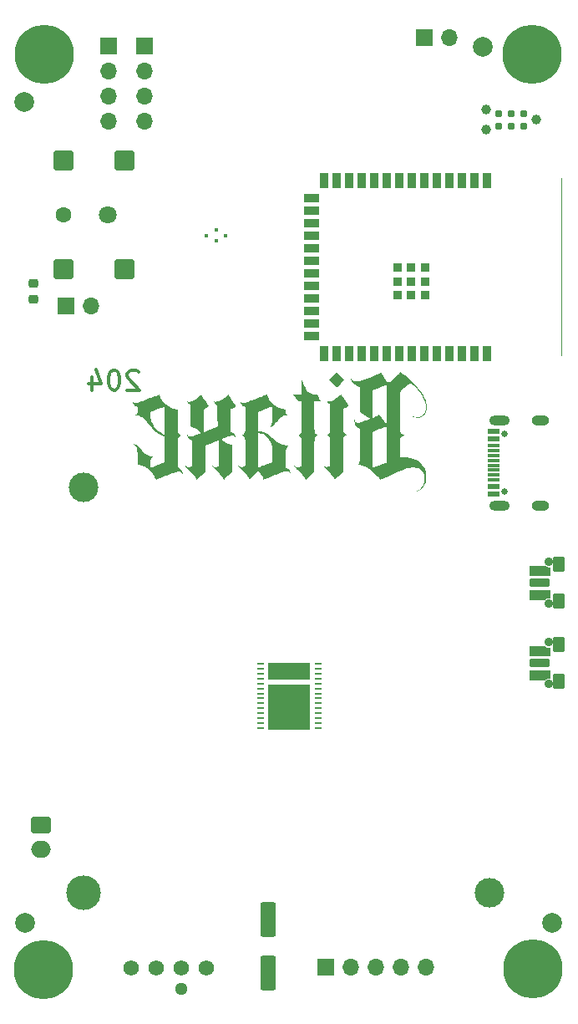
<source format=gbs>
G04 #@! TF.GenerationSoftware,KiCad,Pcbnew,8.0.4*
G04 #@! TF.CreationDate,2024-11-26T00:50:50-06:00*
G04 #@! TF.ProjectId,bitaxeUltra,62697461-7865-4556-9c74-72612e6b6963,rev?*
G04 #@! TF.SameCoordinates,Original*
G04 #@! TF.FileFunction,Soldermask,Bot*
G04 #@! TF.FilePolarity,Negative*
%FSLAX46Y46*%
G04 Gerber Fmt 4.6, Leading zero omitted, Abs format (unit mm)*
G04 Created by KiCad (PCBNEW 8.0.4) date 2024-11-26 00:50:50*
%MOMM*%
%LPD*%
G01*
G04 APERTURE LIST*
G04 Aperture macros list*
%AMRoundRect*
0 Rectangle with rounded corners*
0 $1 Rounding radius*
0 $2 $3 $4 $5 $6 $7 $8 $9 X,Y pos of 4 corners*
0 Add a 4 corners polygon primitive as box body*
4,1,4,$2,$3,$4,$5,$6,$7,$8,$9,$2,$3,0*
0 Add four circle primitives for the rounded corners*
1,1,$1+$1,$2,$3*
1,1,$1+$1,$4,$5*
1,1,$1+$1,$6,$7*
1,1,$1+$1,$8,$9*
0 Add four rect primitives between the rounded corners*
20,1,$1+$1,$2,$3,$4,$5,0*
20,1,$1+$1,$4,$5,$6,$7,0*
20,1,$1+$1,$6,$7,$8,$9,0*
20,1,$1+$1,$8,$9,$2,$3,0*%
G04 Aperture macros list end*
%ADD10C,0.300000*%
%ADD11C,0.120000*%
%ADD12C,0.000000*%
%ADD13C,0.010000*%
%ADD14C,3.000000*%
%ADD15C,3.500000*%
%ADD16C,0.800000*%
%ADD17C,6.000000*%
%ADD18C,0.400000*%
%ADD19C,1.295400*%
%ADD20C,1.574800*%
%ADD21R,1.700000X1.700000*%
%ADD22O,1.700000X1.700000*%
%ADD23C,2.000000*%
%ADD24C,0.650000*%
%ADD25R,1.150000X0.600000*%
%ADD26R,1.150000X0.300000*%
%ADD27O,1.800000X1.000000*%
%ADD28O,2.100000X1.000000*%
%ADD29R,0.900000X1.500000*%
%ADD30R,1.500000X0.900000*%
%ADD31R,0.900000X0.900000*%
%ADD32C,0.990600*%
%ADD33C,0.787400*%
%ADD34R,0.792000X0.221000*%
%ADD35R,4.277000X1.810000*%
%ADD36R,4.277000X4.530000*%
%ADD37RoundRect,0.250000X-0.550000X1.500000X-0.550000X-1.500000X0.550000X-1.500000X0.550000X1.500000X0*%
%ADD38C,1.600000*%
%ADD39C,1.800000*%
%ADD40RoundRect,0.250000X0.750000X-0.750000X0.750000X0.750000X-0.750000X0.750000X-0.750000X-0.750000X0*%
%ADD41C,0.900000*%
%ADD42RoundRect,0.102000X-0.900000X0.300000X-0.900000X-0.300000X0.900000X-0.300000X0.900000X0.300000X0*%
%ADD43RoundRect,0.102000X-0.450000X0.650000X-0.450000X-0.650000X0.450000X-0.650000X0.450000X0.650000X0*%
%ADD44RoundRect,0.218750X-0.256250X0.218750X-0.256250X-0.218750X0.256250X-0.218750X0.256250X0.218750X0*%
%ADD45RoundRect,0.250000X-0.750000X0.600000X-0.750000X-0.600000X0.750000X-0.600000X0.750000X0.600000X0*%
%ADD46O,2.000000X1.700000*%
G04 APERTURE END LIST*
D10*
X90353679Y-83274114D02*
X90258441Y-83178876D01*
X90258441Y-83178876D02*
X90067965Y-83083638D01*
X90067965Y-83083638D02*
X89591774Y-83083638D01*
X89591774Y-83083638D02*
X89401298Y-83178876D01*
X89401298Y-83178876D02*
X89306060Y-83274114D01*
X89306060Y-83274114D02*
X89210822Y-83464590D01*
X89210822Y-83464590D02*
X89210822Y-83655066D01*
X89210822Y-83655066D02*
X89306060Y-83940780D01*
X89306060Y-83940780D02*
X90448917Y-85083638D01*
X90448917Y-85083638D02*
X89210822Y-85083638D01*
X87972727Y-83083638D02*
X87782250Y-83083638D01*
X87782250Y-83083638D02*
X87591774Y-83178876D01*
X87591774Y-83178876D02*
X87496536Y-83274114D01*
X87496536Y-83274114D02*
X87401298Y-83464590D01*
X87401298Y-83464590D02*
X87306060Y-83845542D01*
X87306060Y-83845542D02*
X87306060Y-84321733D01*
X87306060Y-84321733D02*
X87401298Y-84702685D01*
X87401298Y-84702685D02*
X87496536Y-84893161D01*
X87496536Y-84893161D02*
X87591774Y-84988400D01*
X87591774Y-84988400D02*
X87782250Y-85083638D01*
X87782250Y-85083638D02*
X87972727Y-85083638D01*
X87972727Y-85083638D02*
X88163203Y-84988400D01*
X88163203Y-84988400D02*
X88258441Y-84893161D01*
X88258441Y-84893161D02*
X88353679Y-84702685D01*
X88353679Y-84702685D02*
X88448917Y-84321733D01*
X88448917Y-84321733D02*
X88448917Y-83845542D01*
X88448917Y-83845542D02*
X88353679Y-83464590D01*
X88353679Y-83464590D02*
X88258441Y-83274114D01*
X88258441Y-83274114D02*
X88163203Y-83178876D01*
X88163203Y-83178876D02*
X87972727Y-83083638D01*
X85591774Y-83750304D02*
X85591774Y-85083638D01*
X86067965Y-82988400D02*
X86544155Y-84416971D01*
X86544155Y-84416971D02*
X85306060Y-84416971D01*
D11*
X133180000Y-81610000D02*
X133180000Y-63610000D01*
D12*
G36*
X110835225Y-83669191D02*
G01*
X111225774Y-84059740D01*
X110840646Y-84445290D01*
X110743775Y-84541920D01*
X110649131Y-84635592D01*
X110567917Y-84715197D01*
X110504115Y-84776859D01*
X110461707Y-84816699D01*
X110444677Y-84830841D01*
X110429633Y-84818501D01*
X110388808Y-84780268D01*
X110326321Y-84719953D01*
X110246154Y-84641434D01*
X110152289Y-84548587D01*
X110048708Y-84445290D01*
X109663579Y-84059740D01*
X110054128Y-83669191D01*
X110444677Y-83278642D01*
X110835225Y-83669191D01*
G37*
G36*
X106952962Y-84218195D02*
G01*
X107012788Y-84384727D01*
X107130174Y-84656382D01*
X107260097Y-84893409D01*
X107401616Y-85094547D01*
X107553792Y-85258537D01*
X107715685Y-85384116D01*
X107886356Y-85470027D01*
X107916657Y-85479077D01*
X107996489Y-85494470D01*
X108098933Y-85507422D01*
X108211773Y-85516200D01*
X108448024Y-85528872D01*
X108633717Y-85851383D01*
X108687239Y-85945026D01*
X108740061Y-86039000D01*
X108781920Y-86115205D01*
X108809482Y-86167559D01*
X108819410Y-86189981D01*
X108812654Y-86193248D01*
X108772106Y-86198329D01*
X108701063Y-86202393D01*
X108606604Y-86205090D01*
X108495806Y-86206067D01*
X108172203Y-86206067D01*
X108178046Y-87763614D01*
X108179056Y-88029567D01*
X108180108Y-88286071D01*
X108181182Y-88506491D01*
X108182369Y-88693760D01*
X108183761Y-88850811D01*
X108185446Y-88980576D01*
X108187518Y-89085988D01*
X108190065Y-89169980D01*
X108193180Y-89235484D01*
X108196952Y-89285434D01*
X108201474Y-89322762D01*
X108206835Y-89350400D01*
X108213126Y-89371282D01*
X108220439Y-89388341D01*
X108228864Y-89404508D01*
X108261787Y-89457864D01*
X108349332Y-89557893D01*
X108450475Y-89629877D01*
X108508694Y-89659932D01*
X108417585Y-89713326D01*
X108319765Y-89792653D01*
X108242377Y-89900266D01*
X108195128Y-90023485D01*
X108193591Y-90033321D01*
X108189824Y-90086905D01*
X108186397Y-90179408D01*
X108183334Y-90308844D01*
X108180661Y-90473224D01*
X108178401Y-90670562D01*
X108176578Y-90898870D01*
X108175218Y-91156162D01*
X108174344Y-91440449D01*
X108173980Y-91749745D01*
X108173471Y-93386531D01*
X107742630Y-93787538D01*
X107311790Y-94188545D01*
X107277386Y-94097910D01*
X107247290Y-94032073D01*
X107177868Y-93916154D01*
X107082976Y-93783702D01*
X106967059Y-93640128D01*
X106834561Y-93490847D01*
X106689927Y-93341272D01*
X106537600Y-93196816D01*
X106483754Y-93146978D01*
X106402109Y-93067371D01*
X106327474Y-92990122D01*
X106262576Y-92918696D01*
X106210143Y-92856560D01*
X106172904Y-92807181D01*
X106153586Y-92774024D01*
X106154918Y-92760556D01*
X106179628Y-92770243D01*
X106230444Y-92806551D01*
X106299366Y-92857410D01*
X106369454Y-92896819D01*
X106436950Y-92916253D01*
X106516137Y-92921454D01*
X106532152Y-92921097D01*
X106642284Y-92901731D01*
X106745371Y-92857661D01*
X106824867Y-92795630D01*
X106826684Y-92793536D01*
X106833773Y-92782700D01*
X106839814Y-92766544D01*
X106844873Y-92742039D01*
X106849018Y-92706155D01*
X106852314Y-92655863D01*
X106854829Y-92588133D01*
X106856628Y-92499937D01*
X106857778Y-92388244D01*
X106858346Y-92250025D01*
X106858398Y-92082251D01*
X106858000Y-91881892D01*
X106857219Y-91645920D01*
X106856122Y-91371304D01*
X106850337Y-89987937D01*
X106790861Y-89886750D01*
X106733692Y-89809469D01*
X106627929Y-89721251D01*
X106524473Y-89656939D01*
X106595168Y-89620671D01*
X106660367Y-89577358D01*
X106737556Y-89503287D01*
X106800898Y-89418954D01*
X106838416Y-89338263D01*
X106840403Y-89327806D01*
X106845101Y-89272011D01*
X106849184Y-89174805D01*
X106852651Y-89036374D01*
X106855498Y-88856905D01*
X106857723Y-88636583D01*
X106859323Y-88375593D01*
X106860296Y-88074124D01*
X106860639Y-87732359D01*
X106860755Y-86206067D01*
X106708307Y-86206067D01*
X106555859Y-86206067D01*
X106282673Y-85867470D01*
X106009487Y-85528872D01*
X106435121Y-85523240D01*
X106860755Y-85517608D01*
X106861024Y-84731444D01*
X106861292Y-83945279D01*
X106952962Y-84218195D01*
G37*
G36*
X110875684Y-85508401D02*
G01*
X110901173Y-85546235D01*
X110945271Y-85612062D01*
X111005209Y-85701741D01*
X111078222Y-85811131D01*
X111161542Y-85936090D01*
X111252402Y-86072478D01*
X111628268Y-86636921D01*
X111578013Y-86701135D01*
X111533263Y-86747758D01*
X111443903Y-86815237D01*
X111334780Y-86877924D01*
X111218190Y-86928062D01*
X111111453Y-86965971D01*
X111111453Y-88107771D01*
X111111446Y-88275760D01*
X111111559Y-88507622D01*
X111112114Y-88703489D01*
X111113445Y-88866832D01*
X111115885Y-89001120D01*
X111119767Y-89109823D01*
X111125425Y-89196412D01*
X111133192Y-89264355D01*
X111143400Y-89317123D01*
X111156384Y-89358185D01*
X111172477Y-89391011D01*
X111192011Y-89419071D01*
X111215321Y-89445835D01*
X111242739Y-89474772D01*
X111256864Y-89488805D01*
X111322178Y-89541654D01*
X111387734Y-89580913D01*
X111466066Y-89616790D01*
X111381498Y-89654924D01*
X111375494Y-89657712D01*
X111281872Y-89720387D01*
X111198671Y-89808646D01*
X111140101Y-89907615D01*
X111138050Y-89913353D01*
X111132956Y-89936914D01*
X111128511Y-89974168D01*
X111124674Y-90027659D01*
X111121401Y-90099929D01*
X111118649Y-90193524D01*
X111116374Y-90310985D01*
X111114534Y-90454858D01*
X111113085Y-90627686D01*
X111111983Y-90832012D01*
X111111187Y-91070380D01*
X111110652Y-91345334D01*
X111110335Y-91659417D01*
X111109217Y-93342654D01*
X110688391Y-93742728D01*
X110674494Y-93755934D01*
X110565705Y-93858938D01*
X110467267Y-93951493D01*
X110383136Y-94029930D01*
X110317265Y-94090579D01*
X110273609Y-94129771D01*
X110256123Y-94143836D01*
X110253726Y-94142893D01*
X110237968Y-94118544D01*
X110218096Y-94071351D01*
X110201334Y-94030446D01*
X110153397Y-93941437D01*
X110083781Y-93838666D01*
X109990413Y-93719559D01*
X109871219Y-93581541D01*
X109724123Y-93422036D01*
X109547051Y-93238470D01*
X109543132Y-93234475D01*
X109396872Y-93084228D01*
X109277197Y-92958886D01*
X109184596Y-92859026D01*
X109119552Y-92785223D01*
X109082554Y-92738053D01*
X109074086Y-92718092D01*
X109094636Y-92725916D01*
X109144690Y-92762100D01*
X109161332Y-92775007D01*
X109222126Y-92820072D01*
X109267670Y-92847117D01*
X109311821Y-92863145D01*
X109368432Y-92875156D01*
X109424247Y-92880245D01*
X109532354Y-92868158D01*
X109635541Y-92832791D01*
X109716601Y-92778902D01*
X109777901Y-92720173D01*
X109777784Y-91364474D01*
X109777450Y-91061641D01*
X109776407Y-90777058D01*
X109774652Y-90533703D01*
X109772182Y-90331350D01*
X109768993Y-90169770D01*
X109765081Y-90048738D01*
X109760444Y-89968026D01*
X109755076Y-89927406D01*
X109729641Y-89873164D01*
X109684106Y-89807892D01*
X109627056Y-89741021D01*
X109567001Y-89681715D01*
X109512452Y-89639140D01*
X109471918Y-89622460D01*
X109461738Y-89621456D01*
X109460241Y-89611288D01*
X109496605Y-89588775D01*
X109590651Y-89524440D01*
X109677420Y-89436473D01*
X109738314Y-89341998D01*
X109739156Y-89340168D01*
X109746794Y-89321373D01*
X109753334Y-89298885D01*
X109758862Y-89269539D01*
X109763465Y-89230169D01*
X109767229Y-89177612D01*
X109770239Y-89108701D01*
X109772582Y-89020272D01*
X109774344Y-88909160D01*
X109775610Y-88772200D01*
X109776467Y-88606226D01*
X109777001Y-88408073D01*
X109777298Y-88174578D01*
X109777443Y-87902574D01*
X109777901Y-86546497D01*
X109723429Y-86517344D01*
X109717003Y-86513566D01*
X109670874Y-86477206D01*
X109611948Y-86421367D01*
X109551012Y-86357292D01*
X109498855Y-86296221D01*
X109466268Y-86249396D01*
X109462396Y-86239552D01*
X109467939Y-86227474D01*
X109494743Y-86220368D01*
X109549610Y-86216913D01*
X109639339Y-86215787D01*
X109644743Y-86215764D01*
X109745420Y-86213103D01*
X109821565Y-86204306D01*
X109889472Y-86186406D01*
X109965431Y-86156439D01*
X110083913Y-86098122D01*
X110261573Y-85989272D01*
X110451696Y-85850389D01*
X110649303Y-85684906D01*
X110675153Y-85662002D01*
X110750198Y-85596617D01*
X110811604Y-85544759D01*
X110853607Y-85511228D01*
X110870442Y-85500822D01*
X110875684Y-85508401D01*
G37*
G36*
X94321726Y-88203688D02*
G01*
X94327450Y-89345307D01*
X94390708Y-89447836D01*
X94449755Y-89524977D01*
X94562645Y-89615543D01*
X94671323Y-89680721D01*
X94606011Y-89707774D01*
X94543402Y-89739855D01*
X94442182Y-89826730D01*
X94366349Y-89945412D01*
X94317438Y-90050447D01*
X94317235Y-91492995D01*
X94317031Y-92935544D01*
X94374332Y-92949316D01*
X94504813Y-92999651D01*
X94623731Y-93085425D01*
X94720321Y-93199404D01*
X94789662Y-93335721D01*
X94826830Y-93488511D01*
X94839564Y-93592695D01*
X94798954Y-93519767D01*
X94767864Y-93468659D01*
X94696223Y-93385706D01*
X94612548Y-93336540D01*
X94509179Y-93315767D01*
X94396328Y-93317778D01*
X94279739Y-93339423D01*
X94277012Y-93340249D01*
X94230067Y-93356189D01*
X94151537Y-93384567D01*
X94045832Y-93423686D01*
X93917364Y-93471846D01*
X93770541Y-93527347D01*
X93609773Y-93588491D01*
X93439472Y-93653579D01*
X93264047Y-93720910D01*
X93087908Y-93788787D01*
X92915465Y-93855510D01*
X92751128Y-93919380D01*
X92599308Y-93978697D01*
X92464414Y-94031763D01*
X92350857Y-94076879D01*
X92263046Y-94112345D01*
X92205393Y-94136462D01*
X92182306Y-94147531D01*
X92156950Y-94162429D01*
X92123410Y-94161789D01*
X92108335Y-94137849D01*
X92107708Y-94130648D01*
X92092011Y-94080784D01*
X92058316Y-94005401D01*
X92010789Y-93911903D01*
X91953592Y-93807696D01*
X91890888Y-93700184D01*
X91826843Y-93596772D01*
X91765618Y-93504865D01*
X91711378Y-93431868D01*
X91633746Y-93341345D01*
X91428675Y-93144290D01*
X91199837Y-92976294D01*
X90952588Y-92840495D01*
X90692285Y-92740029D01*
X90424283Y-92678034D01*
X90264283Y-92653320D01*
X90251592Y-91883221D01*
X90250405Y-91812732D01*
X90246370Y-91603183D01*
X90241813Y-91429431D01*
X90236204Y-91286956D01*
X90229012Y-91171235D01*
X90219709Y-91077750D01*
X90207764Y-91001978D01*
X90192648Y-90939400D01*
X90173831Y-90885494D01*
X90150784Y-90835740D01*
X90122975Y-90785617D01*
X90120847Y-90782042D01*
X90055158Y-90699440D01*
X89968535Y-90624924D01*
X89878803Y-90573944D01*
X89873811Y-90570360D01*
X89893019Y-90568784D01*
X89941313Y-90573315D01*
X90042375Y-90597494D01*
X90160102Y-90644707D01*
X90275032Y-90706919D01*
X90371015Y-90776491D01*
X90398820Y-90803695D01*
X90454315Y-90864996D01*
X90523987Y-90947126D01*
X90601656Y-91042752D01*
X90681141Y-91144537D01*
X90734840Y-91213508D01*
X90818912Y-91317242D01*
X90899591Y-91412229D01*
X90969785Y-91490190D01*
X91022398Y-91542845D01*
X91062638Y-91577211D01*
X91215232Y-91682141D01*
X91381116Y-91762486D01*
X91549910Y-91813887D01*
X91711234Y-91831990D01*
X91805458Y-91831990D01*
X91727919Y-91884679D01*
X91726511Y-91885637D01*
X91680191Y-91919536D01*
X91644507Y-91954123D01*
X91617967Y-91995254D01*
X91599082Y-92048782D01*
X91586361Y-92120563D01*
X91578314Y-92216452D01*
X91573451Y-92342305D01*
X91570280Y-92503975D01*
X91570271Y-92504579D01*
X91568454Y-92654882D01*
X91568425Y-92767967D01*
X91570389Y-92848244D01*
X91574549Y-92900125D01*
X91581111Y-92928019D01*
X91590277Y-92936337D01*
X91591076Y-92936279D01*
X91620124Y-92927830D01*
X91682001Y-92906515D01*
X91771195Y-92874430D01*
X91882191Y-92833666D01*
X92009476Y-92786318D01*
X92147538Y-92734478D01*
X92290864Y-92680241D01*
X92433940Y-92625699D01*
X92571254Y-92572945D01*
X92697292Y-92524073D01*
X92806541Y-92481175D01*
X92893488Y-92446347D01*
X92952621Y-92421679D01*
X92978425Y-92409267D01*
X92980554Y-92406582D01*
X92985763Y-92388149D01*
X92990120Y-92351420D01*
X92993668Y-92293796D01*
X92996447Y-92212681D01*
X92998497Y-92105477D01*
X92999861Y-91969587D01*
X93000578Y-91802416D01*
X93000690Y-91601364D01*
X93000238Y-91363836D01*
X92999262Y-91087234D01*
X92993897Y-89785247D01*
X92845552Y-89747576D01*
X92795197Y-89733623D01*
X92584188Y-89650458D01*
X92373511Y-89528486D01*
X92166508Y-89369879D01*
X91966522Y-89176806D01*
X91954304Y-89163562D01*
X91894802Y-89097043D01*
X91816697Y-89007551D01*
X91726200Y-88902295D01*
X91629520Y-88788485D01*
X91532865Y-88673329D01*
X91411974Y-88529984D01*
X91249584Y-88344170D01*
X91104594Y-88187826D01*
X90973619Y-88057822D01*
X90853274Y-87951029D01*
X90740175Y-87864315D01*
X90630938Y-87794552D01*
X90522177Y-87738608D01*
X90514875Y-87735308D01*
X90404294Y-87692014D01*
X90286919Y-87656257D01*
X90177336Y-87631939D01*
X90090130Y-87622966D01*
X90018498Y-87622966D01*
X90056588Y-87597653D01*
X91567307Y-87597653D01*
X91567708Y-87650108D01*
X91576720Y-87862890D01*
X91599702Y-88047668D01*
X91639589Y-88214539D01*
X91699311Y-88373600D01*
X91781803Y-88534948D01*
X91889995Y-88708680D01*
X91917006Y-88748242D01*
X92050892Y-88921724D01*
X92203075Y-89088150D01*
X92366516Y-89241311D01*
X92534179Y-89374999D01*
X92699026Y-89483007D01*
X92854021Y-89559125D01*
X92900901Y-89576869D01*
X92955065Y-89595307D01*
X92984250Y-89602457D01*
X92987222Y-89592193D01*
X92991070Y-89543051D01*
X92994468Y-89454586D01*
X92997396Y-89328175D01*
X92999836Y-89165195D01*
X93001767Y-88967024D01*
X93003170Y-88735040D01*
X93004026Y-88470619D01*
X93004316Y-88175140D01*
X93004259Y-88026074D01*
X93003937Y-87793751D01*
X93003352Y-87576138D01*
X93002527Y-87376604D01*
X93001489Y-87198520D01*
X93000260Y-87045257D01*
X92998866Y-86920185D01*
X92997331Y-86826675D01*
X92995680Y-86768097D01*
X92993937Y-86747822D01*
X92991503Y-86748422D01*
X92959821Y-86759684D01*
X92896275Y-86783599D01*
X92806237Y-86818064D01*
X92695077Y-86860979D01*
X92568166Y-86910239D01*
X92430874Y-86963742D01*
X92288571Y-87019386D01*
X92146628Y-87075069D01*
X92010417Y-87128688D01*
X91885306Y-87178140D01*
X91776668Y-87221323D01*
X91689872Y-87256135D01*
X91630289Y-87280473D01*
X91603290Y-87292234D01*
X91594124Y-87298428D01*
X91582050Y-87315882D01*
X91574136Y-87347708D01*
X91569576Y-87400731D01*
X91567568Y-87481772D01*
X91567307Y-87597653D01*
X90056588Y-87597653D01*
X90089298Y-87575915D01*
X90109228Y-87560563D01*
X90163325Y-87502836D01*
X90206982Y-87436061D01*
X90217845Y-87413574D01*
X90233814Y-87371933D01*
X90244274Y-87324765D01*
X90250353Y-87263036D01*
X90253174Y-87177714D01*
X90253865Y-87059764D01*
X90253865Y-86776270D01*
X90143230Y-86741395D01*
X90058403Y-86706242D01*
X89939051Y-86622638D01*
X89843108Y-86510508D01*
X89775444Y-86376095D01*
X89740927Y-86225641D01*
X89729100Y-86112301D01*
X89775716Y-86202561D01*
X89838802Y-86289077D01*
X89932429Y-86361967D01*
X90039340Y-86403558D01*
X90070304Y-86406574D01*
X90146405Y-86401553D01*
X90233759Y-86384628D01*
X90243350Y-86381914D01*
X90296052Y-86364473D01*
X90379854Y-86334744D01*
X90490374Y-86294407D01*
X90623228Y-86245146D01*
X90774034Y-86188642D01*
X90938409Y-86126576D01*
X91111969Y-86060630D01*
X91290333Y-85992487D01*
X91469118Y-85923827D01*
X91643940Y-85856333D01*
X91810416Y-85791686D01*
X91964165Y-85731569D01*
X92100803Y-85677662D01*
X92215947Y-85631648D01*
X92305215Y-85595208D01*
X92364223Y-85570025D01*
X92388590Y-85557779D01*
X92414471Y-85541528D01*
X92448806Y-85549415D01*
X92472066Y-85595165D01*
X92475889Y-85607757D01*
X92497208Y-85662159D01*
X92530356Y-85736720D01*
X92569968Y-85819160D01*
X92595756Y-85869606D01*
X92758633Y-86140535D01*
X92945653Y-86377530D01*
X93156687Y-86580498D01*
X93391607Y-86749341D01*
X93650281Y-86883965D01*
X93932582Y-86984274D01*
X94238379Y-87050172D01*
X94316002Y-87062069D01*
X94321583Y-88175140D01*
X94321726Y-88203688D01*
G37*
G36*
X105245907Y-92057041D02*
G01*
X105245907Y-92917613D01*
X105370928Y-92967812D01*
X105430008Y-92995089D01*
X105554364Y-93083226D01*
X105649593Y-93200838D01*
X105714408Y-93346505D01*
X105734620Y-93417897D01*
X105750000Y-93484787D01*
X105755573Y-93527171D01*
X105753328Y-93550543D01*
X105743744Y-93547509D01*
X105721785Y-93509348D01*
X105693905Y-93462287D01*
X105611304Y-93368746D01*
X105512841Y-93310573D01*
X105402588Y-93290562D01*
X105354520Y-93295517D01*
X105280084Y-93309868D01*
X105198761Y-93330325D01*
X105196858Y-93330871D01*
X105147588Y-93346997D01*
X105066904Y-93375570D01*
X104959208Y-93414896D01*
X104828901Y-93463281D01*
X104680384Y-93519031D01*
X104518060Y-93580452D01*
X104346329Y-93645850D01*
X104169594Y-93713530D01*
X103992255Y-93781799D01*
X103818714Y-93848961D01*
X103653373Y-93913324D01*
X103500633Y-93973193D01*
X103364896Y-94026874D01*
X103250563Y-94072673D01*
X103162036Y-94108895D01*
X103103716Y-94133846D01*
X103080005Y-94145833D01*
X103066191Y-94157840D01*
X103049936Y-94160477D01*
X103033194Y-94141356D01*
X103011533Y-94094620D01*
X102980518Y-94014414D01*
X102957215Y-93956363D01*
X102865871Y-93771175D01*
X102749948Y-93583181D01*
X102617823Y-93406421D01*
X102498437Y-93261820D01*
X102054938Y-93718972D01*
X102010996Y-93764104D01*
X101902447Y-93874102D01*
X101806275Y-93969421D01*
X101725747Y-94046955D01*
X101664126Y-94103597D01*
X101624678Y-94136240D01*
X101610667Y-94141776D01*
X101610188Y-94135996D01*
X101594021Y-94084945D01*
X101558675Y-94011146D01*
X101509185Y-93923607D01*
X101450586Y-93831333D01*
X101387913Y-93743331D01*
X101356524Y-93704912D01*
X101294815Y-93634712D01*
X101213091Y-93545222D01*
X101116602Y-93442104D01*
X101010600Y-93331021D01*
X100900335Y-93217634D01*
X100861484Y-93178017D01*
X100728732Y-93041405D01*
X100625077Y-92932341D01*
X100549720Y-92849813D01*
X100501860Y-92792811D01*
X100480696Y-92760325D01*
X100485428Y-92751343D01*
X100515255Y-92764856D01*
X100569376Y-92799853D01*
X100621986Y-92833797D01*
X100684304Y-92868648D01*
X100728345Y-92887115D01*
X100754000Y-92891983D01*
X100854280Y-92890795D01*
X100963060Y-92865032D01*
X101063798Y-92818099D01*
X101161904Y-92757447D01*
X101167267Y-91417164D01*
X101167527Y-91347696D01*
X101168186Y-91059654D01*
X101168058Y-90802734D01*
X101167160Y-90578444D01*
X101165509Y-90388289D01*
X101163121Y-90233776D01*
X101160012Y-90116412D01*
X101156200Y-90037703D01*
X101151701Y-89999156D01*
X101146978Y-89983090D01*
X101093056Y-89872002D01*
X101011135Y-89775451D01*
X100912147Y-89706778D01*
X100814920Y-89659712D01*
X100895809Y-89623496D01*
X100952938Y-89589809D01*
X101035424Y-89515822D01*
X101065003Y-89477437D01*
X102485038Y-89477437D01*
X102485038Y-91206887D01*
X102485101Y-91363235D01*
X102485493Y-91620762D01*
X102486217Y-91864144D01*
X102487246Y-92090323D01*
X102488553Y-92296239D01*
X102490109Y-92478834D01*
X102491887Y-92635049D01*
X102493859Y-92761825D01*
X102495998Y-92856105D01*
X102498276Y-92914828D01*
X102500665Y-92934936D01*
X102519082Y-92928771D01*
X102572479Y-92909080D01*
X102656175Y-92877532D01*
X102765668Y-92835843D01*
X102896456Y-92785727D01*
X103044036Y-92728899D01*
X103203906Y-92667074D01*
X103891518Y-92400612D01*
X103896970Y-91570235D01*
X103898110Y-91398476D01*
X103899062Y-91211383D01*
X103898896Y-91057340D01*
X103897027Y-90931497D01*
X103892866Y-90829007D01*
X103885829Y-90745021D01*
X103875328Y-90674692D01*
X103860777Y-90613171D01*
X103841589Y-90555610D01*
X103817178Y-90497162D01*
X103786957Y-90432977D01*
X103750340Y-90358209D01*
X103710480Y-90281669D01*
X103588173Y-90089899D01*
X103445758Y-89917878D01*
X103287874Y-89769139D01*
X103119161Y-89647217D01*
X102944256Y-89555645D01*
X102767800Y-89497956D01*
X102594431Y-89477684D01*
X102485038Y-89477437D01*
X101065003Y-89477437D01*
X101104781Y-89425817D01*
X101148140Y-89334529D01*
X101150874Y-89322142D01*
X101156156Y-89274719D01*
X101160633Y-89197578D01*
X101164335Y-89089011D01*
X101167294Y-88947312D01*
X101169541Y-88770773D01*
X101171107Y-88557687D01*
X101172024Y-88306346D01*
X101172322Y-88015043D01*
X101172322Y-86776270D01*
X101061688Y-86741395D01*
X100976861Y-86706242D01*
X100857509Y-86622638D01*
X100761566Y-86510508D01*
X100693901Y-86376095D01*
X100659385Y-86225641D01*
X100647558Y-86112301D01*
X100694174Y-86202561D01*
X100757393Y-86289208D01*
X100850913Y-86361994D01*
X100957591Y-86403513D01*
X100983192Y-86406375D01*
X101061203Y-86401151D01*
X101155540Y-86381207D01*
X101170133Y-86376746D01*
X101228147Y-86356820D01*
X101318109Y-86324409D01*
X101435294Y-86281315D01*
X101574974Y-86229342D01*
X101732423Y-86170292D01*
X101902914Y-86105966D01*
X102081721Y-86038168D01*
X102264115Y-85968700D01*
X102445372Y-85899364D01*
X102620763Y-85831963D01*
X102785563Y-85768298D01*
X102935043Y-85710173D01*
X103064479Y-85659390D01*
X103169142Y-85617751D01*
X103244306Y-85587059D01*
X103285245Y-85569115D01*
X103316302Y-85554335D01*
X103356014Y-85542142D01*
X103376900Y-85554798D01*
X103390524Y-85595165D01*
X103408235Y-85646507D01*
X103445078Y-85729953D01*
X103494694Y-85830182D01*
X103551983Y-85937350D01*
X103611849Y-86041616D01*
X103669192Y-86133138D01*
X103677407Y-86145375D01*
X103819863Y-86327650D01*
X103991568Y-86501823D01*
X104182778Y-86659787D01*
X104383750Y-86793439D01*
X104584739Y-86894673D01*
X104686352Y-86932559D01*
X104838590Y-86979085D01*
X105001368Y-87019755D01*
X105157351Y-87049874D01*
X105235489Y-87062262D01*
X105235832Y-87212384D01*
X105238365Y-87275518D01*
X105263321Y-87400449D01*
X105316628Y-87498900D01*
X105400372Y-87575467D01*
X105470856Y-87622966D01*
X105389637Y-87623274D01*
X105342452Y-87626378D01*
X105260955Y-87637788D01*
X105176626Y-87654651D01*
X105168801Y-87656518D01*
X105045374Y-87693013D01*
X104931246Y-87742438D01*
X104821443Y-87808680D01*
X104710993Y-87895628D01*
X104594922Y-88007171D01*
X104468254Y-88147195D01*
X104326018Y-88319590D01*
X104282507Y-88373427D01*
X104152540Y-88524765D01*
X104035793Y-88643604D01*
X103927727Y-88733388D01*
X103823802Y-88797564D01*
X103719480Y-88839575D01*
X103610222Y-88862866D01*
X103516457Y-88875353D01*
X103578967Y-88840531D01*
X103614314Y-88819059D01*
X103722445Y-88727057D01*
X103801212Y-88615712D01*
X103817538Y-88582297D01*
X103839986Y-88527551D01*
X103858492Y-88466967D01*
X103873521Y-88396066D01*
X103885538Y-88310368D01*
X103895008Y-88205395D01*
X103902396Y-88076666D01*
X103908168Y-87919703D01*
X103912789Y-87730026D01*
X103916722Y-87503155D01*
X103918938Y-87331049D01*
X103920220Y-87172141D01*
X103920579Y-87031738D01*
X103920037Y-86914473D01*
X103918615Y-86824977D01*
X103916334Y-86767883D01*
X103913217Y-86747822D01*
X103911509Y-86748169D01*
X103881561Y-86758513D01*
X103819409Y-86781673D01*
X103730439Y-86815544D01*
X103620033Y-86858017D01*
X103493574Y-86906988D01*
X103356446Y-86960350D01*
X103214031Y-87015995D01*
X103071713Y-87071817D01*
X102934875Y-87125710D01*
X102808900Y-87175568D01*
X102699172Y-87219283D01*
X102611073Y-87254749D01*
X102549987Y-87279860D01*
X102521297Y-87292509D01*
X102520880Y-87292735D01*
X102512403Y-87299608D01*
X102505397Y-87312441D01*
X102499752Y-87334805D01*
X102495353Y-87370271D01*
X102492090Y-87422410D01*
X102489848Y-87494794D01*
X102488517Y-87590994D01*
X102487983Y-87714581D01*
X102488134Y-87869126D01*
X102488858Y-88058200D01*
X102490041Y-88285376D01*
X102495456Y-89258651D01*
X102682987Y-89271588D01*
X102787792Y-89282177D01*
X102905062Y-89304056D01*
X103019997Y-89338459D01*
X103137092Y-89387853D01*
X103260844Y-89454704D01*
X103395750Y-89541480D01*
X103546306Y-89650647D01*
X103717009Y-89784672D01*
X103912355Y-89946021D01*
X104063378Y-90070861D01*
X104258942Y-90224002D01*
X104436714Y-90350755D01*
X104602421Y-90453993D01*
X104761789Y-90536591D01*
X104920541Y-90601423D01*
X105084404Y-90651362D01*
X105259103Y-90689283D01*
X105450363Y-90718060D01*
X105550635Y-90730584D01*
X105464210Y-90824345D01*
X105416622Y-90883718D01*
X105359239Y-90970458D01*
X105311846Y-91057287D01*
X105245907Y-91196469D01*
X105245907Y-91211383D01*
X105245907Y-92057041D01*
G37*
G36*
X96706501Y-85545981D02*
G01*
X96733746Y-85582419D01*
X96779421Y-85646962D01*
X96840714Y-85735534D01*
X96914811Y-85844058D01*
X96998900Y-85968457D01*
X97090168Y-86104653D01*
X97097526Y-86115680D01*
X97199815Y-86269346D01*
X97281048Y-86392518D01*
X97343387Y-86488969D01*
X97388996Y-86562474D01*
X97420041Y-86616805D01*
X97438685Y-86655736D01*
X97447092Y-86683040D01*
X97447426Y-86702490D01*
X97441852Y-86717861D01*
X97403760Y-86765286D01*
X97336242Y-86823661D01*
X97250643Y-86883879D01*
X97157364Y-86938652D01*
X97066802Y-86980692D01*
X96942462Y-87028906D01*
X96942462Y-88190661D01*
X96942504Y-88337706D01*
X96942711Y-88545010D01*
X96943077Y-88736786D01*
X96943586Y-88909299D01*
X96944219Y-89058812D01*
X96944961Y-89181593D01*
X96945795Y-89273905D01*
X96946704Y-89332013D01*
X96947671Y-89352183D01*
X96947698Y-89352180D01*
X96968225Y-89344530D01*
X97023120Y-89323347D01*
X97108047Y-89290323D01*
X97218668Y-89247151D01*
X97350647Y-89195523D01*
X97499647Y-89137132D01*
X97661330Y-89073671D01*
X98369779Y-88795393D01*
X98362012Y-87708027D01*
X98354244Y-86620662D01*
X98177209Y-86443627D01*
X98175209Y-86441626D01*
X98107799Y-86372952D01*
X98053813Y-86315646D01*
X98018693Y-86275644D01*
X98007881Y-86258886D01*
X98016822Y-86257395D01*
X98057030Y-86260608D01*
X98116841Y-86270096D01*
X98188347Y-86277931D01*
X98338102Y-86265427D01*
X98503088Y-86218008D01*
X98680623Y-86136997D01*
X98868029Y-86023716D01*
X99062626Y-85879484D01*
X99261732Y-85705624D01*
X99334897Y-85639603D01*
X99396864Y-85588785D01*
X99441359Y-85558013D01*
X99462319Y-85551933D01*
X99463756Y-85553759D01*
X99483075Y-85581451D01*
X99521185Y-85637535D01*
X99574657Y-85716869D01*
X99640060Y-85814309D01*
X99713966Y-85924713D01*
X99792943Y-86042938D01*
X99873563Y-86163841D01*
X99952394Y-86282279D01*
X100026007Y-86393110D01*
X100090971Y-86491190D01*
X100143858Y-86571378D01*
X100181237Y-86628529D01*
X100199677Y-86657502D01*
X100202687Y-86677535D01*
X100181029Y-86721509D01*
X100132175Y-86775372D01*
X100062480Y-86833989D01*
X99978298Y-86892226D01*
X99885982Y-86944948D01*
X99791888Y-86987021D01*
X99692913Y-87024362D01*
X99692913Y-88177971D01*
X99692913Y-88202922D01*
X99692989Y-88447975D01*
X99693264Y-88654867D01*
X99693841Y-88826811D01*
X99694822Y-88967021D01*
X99696308Y-89078709D01*
X99698400Y-89165087D01*
X99701201Y-89229369D01*
X99704811Y-89274768D01*
X99709332Y-89304496D01*
X99714866Y-89321766D01*
X99721514Y-89329790D01*
X99729377Y-89331783D01*
X99758104Y-89335512D01*
X99830765Y-89361581D01*
X99912972Y-89406164D01*
X99991721Y-89461696D01*
X100054008Y-89520613D01*
X100062167Y-89530468D01*
X100125193Y-89629410D01*
X100172661Y-89744429D01*
X100175591Y-89753963D01*
X100202672Y-89850092D01*
X100213384Y-89908414D01*
X100207608Y-89929456D01*
X100185224Y-89913747D01*
X100146112Y-89861816D01*
X100099776Y-89801503D01*
X100017517Y-89730768D01*
X99923233Y-89694737D01*
X99811097Y-89691652D01*
X99675283Y-89719754D01*
X99658101Y-89724970D01*
X99592826Y-89746835D01*
X99504354Y-89778285D01*
X99399613Y-89816671D01*
X99285531Y-89859345D01*
X99169038Y-89903657D01*
X99057061Y-89946958D01*
X98956530Y-89986601D01*
X98874373Y-90019936D01*
X98817519Y-90044314D01*
X98792896Y-90057087D01*
X98794223Y-90064982D01*
X98820552Y-90093977D01*
X98871986Y-90138478D01*
X98942306Y-90193903D01*
X99025294Y-90255672D01*
X99114729Y-90319201D01*
X99204392Y-90379909D01*
X99288064Y-90433214D01*
X99359525Y-90474534D01*
X99365144Y-90477509D01*
X99462868Y-90523448D01*
X99569044Y-90565033D01*
X99661658Y-90593591D01*
X99666067Y-90594667D01*
X99741312Y-90613106D01*
X99801360Y-90627954D01*
X99833561Y-90636083D01*
X99836707Y-90639436D01*
X99841704Y-90658717D01*
X99845973Y-90697180D01*
X99849559Y-90757325D01*
X99852512Y-90841650D01*
X99854880Y-90952654D01*
X99856709Y-91092836D01*
X99858049Y-91264694D01*
X99858946Y-91470729D01*
X99859450Y-91713438D01*
X99859607Y-91995320D01*
X99859607Y-93347654D01*
X99427244Y-93755422D01*
X99404238Y-93777116D01*
X99294849Y-93880180D01*
X99196559Y-93972643D01*
X99113209Y-94050904D01*
X99048639Y-94111360D01*
X99006690Y-94150408D01*
X98991200Y-94164448D01*
X98983944Y-94152795D01*
X98963748Y-94112367D01*
X98935831Y-94052805D01*
X98927664Y-94035265D01*
X98883562Y-93950046D01*
X98830779Y-93864455D01*
X98765619Y-93773887D01*
X98684386Y-93673735D01*
X98583382Y-93559395D01*
X98458911Y-93426260D01*
X98307276Y-93269726D01*
X98305399Y-93267810D01*
X98157582Y-93115980D01*
X98038670Y-92991444D01*
X97947409Y-92892768D01*
X97882544Y-92818517D01*
X97842823Y-92767257D01*
X97826990Y-92737553D01*
X97833794Y-92727970D01*
X97857596Y-92740102D01*
X97892514Y-92772586D01*
X97916248Y-92795183D01*
X97994394Y-92844432D01*
X98087213Y-92880163D01*
X98175683Y-92894206D01*
X98247284Y-92888511D01*
X98343301Y-92858010D01*
X98447917Y-92796900D01*
X98526055Y-92743139D01*
X98526055Y-91452690D01*
X98526019Y-91221891D01*
X98525836Y-90991437D01*
X98525421Y-90797043D01*
X98524687Y-90635699D01*
X98523549Y-90504396D01*
X98521921Y-90400123D01*
X98519717Y-90319872D01*
X98516852Y-90260631D01*
X98513238Y-90219392D01*
X98508791Y-90193146D01*
X98503425Y-90178881D01*
X98497053Y-90173589D01*
X98489591Y-90174259D01*
X98471920Y-90180672D01*
X98417968Y-90200893D01*
X98333520Y-90232837D01*
X98223354Y-90274688D01*
X98092251Y-90324627D01*
X97944990Y-90380840D01*
X97786350Y-90441511D01*
X97119574Y-90696744D01*
X97109156Y-92030574D01*
X97098737Y-93364404D01*
X96673016Y-93762351D01*
X96247294Y-94160299D01*
X96170263Y-94006964D01*
X96142674Y-93954637D01*
X96093816Y-93872976D01*
X96034864Y-93787659D01*
X95962404Y-93694573D01*
X95873024Y-93589607D01*
X95763314Y-93468650D01*
X95629859Y-93327592D01*
X95469249Y-93162319D01*
X95374914Y-93065374D01*
X95281923Y-92968131D01*
X95202872Y-92883678D01*
X95141624Y-92816203D01*
X95102043Y-92769895D01*
X95087991Y-92748941D01*
X95090868Y-92744264D01*
X95115019Y-92752041D01*
X95155710Y-92781367D01*
X95165367Y-92789255D01*
X95229267Y-92833723D01*
X95290480Y-92866566D01*
X95316736Y-92876166D01*
X95430229Y-92892950D01*
X95549155Y-92878166D01*
X95660118Y-92834757D01*
X95749721Y-92765667D01*
X95796766Y-92714519D01*
X95791394Y-91446728D01*
X95786022Y-90178937D01*
X95692257Y-90148066D01*
X95630330Y-90124001D01*
X95501543Y-90046464D01*
X95397330Y-89943431D01*
X95323210Y-89821157D01*
X95284699Y-89685901D01*
X95281411Y-89662346D01*
X95271258Y-89596642D01*
X95262743Y-89550365D01*
X95263870Y-89541935D01*
X95278975Y-89560050D01*
X95305553Y-89605670D01*
X95324570Y-89638094D01*
X95370170Y-89701605D01*
X95413066Y-89746248D01*
X95430694Y-89758928D01*
X95514043Y-89799520D01*
X95605620Y-89821644D01*
X95686267Y-89820117D01*
X95709181Y-89813143D01*
X95766534Y-89793254D01*
X95849794Y-89763222D01*
X95952460Y-89725498D01*
X96068028Y-89682535D01*
X96189997Y-89636783D01*
X96311864Y-89590693D01*
X96427125Y-89546717D01*
X96529280Y-89507305D01*
X96611824Y-89474909D01*
X96668255Y-89451981D01*
X96692072Y-89440971D01*
X96687231Y-89429777D01*
X96658014Y-89398671D01*
X96610349Y-89356238D01*
X96489318Y-89256395D01*
X96336170Y-89135564D01*
X96203754Y-89039220D01*
X96087095Y-88964239D01*
X95981218Y-88907500D01*
X95881149Y-88865880D01*
X95781913Y-88836256D01*
X95636105Y-88800461D01*
X95624307Y-87697840D01*
X95621954Y-87482338D01*
X95619482Y-87273333D01*
X95617086Y-87099696D01*
X95614616Y-86958072D01*
X95611923Y-86845104D01*
X95608856Y-86757438D01*
X95605267Y-86691718D01*
X95601005Y-86644589D01*
X95595922Y-86612695D01*
X95589867Y-86592680D01*
X95582692Y-86581189D01*
X95574245Y-86574866D01*
X95550190Y-86558265D01*
X95498780Y-86513511D01*
X95437647Y-86453974D01*
X95376874Y-86389999D01*
X95326543Y-86331933D01*
X95296738Y-86290123D01*
X95284758Y-86266055D01*
X95286841Y-86251655D01*
X95320616Y-86260230D01*
X95353148Y-86266914D01*
X95419803Y-86272800D01*
X95496967Y-86274010D01*
X95607121Y-86261676D01*
X95768216Y-86214805D01*
X95941656Y-86135294D01*
X96123220Y-86025472D01*
X96308692Y-85887663D01*
X96493853Y-85724195D01*
X96505163Y-85713404D01*
X96577511Y-85645392D01*
X96638159Y-85590075D01*
X96681035Y-85552894D01*
X96700072Y-85539291D01*
X96706501Y-85545981D01*
G37*
G36*
X117551978Y-84631446D02*
G01*
X117408593Y-84753929D01*
X117357351Y-84798345D01*
X117250367Y-84892961D01*
X117152838Y-84981656D01*
X117070371Y-85059203D01*
X117008573Y-85120373D01*
X116973054Y-85159940D01*
X116961784Y-85174683D01*
X116941173Y-85201915D01*
X116923062Y-85228277D01*
X116907287Y-85256429D01*
X116893689Y-85289028D01*
X116882106Y-85328734D01*
X116872377Y-85378206D01*
X116864340Y-85440103D01*
X116857834Y-85517083D01*
X116852698Y-85611806D01*
X116848770Y-85726931D01*
X116845889Y-85865117D01*
X116843894Y-86029022D01*
X116842623Y-86221306D01*
X116841916Y-86444627D01*
X116841610Y-86701645D01*
X116841545Y-86995019D01*
X116841559Y-87327407D01*
X116841619Y-87555697D01*
X116841952Y-87873173D01*
X116842603Y-88152341D01*
X116843599Y-88395236D01*
X116844965Y-88603897D01*
X116846729Y-88780360D01*
X116848918Y-88926663D01*
X116851559Y-89044842D01*
X116854677Y-89136935D01*
X116858300Y-89204980D01*
X116862455Y-89251012D01*
X116867168Y-89277070D01*
X116878577Y-89308226D01*
X116935759Y-89402897D01*
X117019252Y-89492370D01*
X117118220Y-89566337D01*
X117221830Y-89614491D01*
X117276108Y-89632921D01*
X117323429Y-89652795D01*
X117341641Y-89665981D01*
X117325794Y-89678653D01*
X117280349Y-89700535D01*
X117215681Y-89726148D01*
X117101531Y-89779032D01*
X116983060Y-89869944D01*
X116897633Y-89985964D01*
X116893671Y-89993444D01*
X116883481Y-90014628D01*
X116875060Y-90038148D01*
X116868209Y-90067938D01*
X116862729Y-90107931D01*
X116858418Y-90162062D01*
X116855079Y-90234262D01*
X116852511Y-90328468D01*
X116850515Y-90448611D01*
X116848994Y-90589040D01*
X116848890Y-90598626D01*
X116847437Y-90782446D01*
X116845957Y-91004006D01*
X116839937Y-91936728D01*
X116950141Y-91926665D01*
X117072216Y-91915969D01*
X117188994Y-91907519D01*
X117286335Y-91903508D01*
X117376162Y-91903737D01*
X117470400Y-91908007D01*
X117580972Y-91916118D01*
X117886215Y-91956593D01*
X118179448Y-92030141D01*
X118445953Y-92135300D01*
X118685313Y-92271739D01*
X118897113Y-92439128D01*
X119080939Y-92637137D01*
X119236373Y-92865434D01*
X119363001Y-93123689D01*
X119460407Y-93411572D01*
X119479871Y-93486304D01*
X119495620Y-93559932D01*
X119506130Y-93633392D01*
X119512487Y-93717140D01*
X119515776Y-93821636D01*
X119517084Y-93957338D01*
X119517347Y-94044669D01*
X119516676Y-94151474D01*
X119513804Y-94231084D01*
X119507717Y-94292299D01*
X119497406Y-94343924D01*
X119481858Y-94394760D01*
X119460062Y-94453611D01*
X119458056Y-94458814D01*
X119352858Y-94684259D01*
X119223392Y-94882650D01*
X119072458Y-95050860D01*
X118902851Y-95185758D01*
X118717371Y-95284216D01*
X118674960Y-95301063D01*
X118605462Y-95324716D01*
X118569462Y-95330995D01*
X118568476Y-95320967D01*
X118604019Y-95295695D01*
X118677603Y-95256245D01*
X118824002Y-95166551D01*
X118973098Y-95038521D01*
X119101549Y-94888943D01*
X119199002Y-94728298D01*
X119267605Y-94567329D01*
X119314489Y-94406662D01*
X119340790Y-94235974D01*
X119349703Y-94040685D01*
X119349743Y-94030300D01*
X119339393Y-93825340D01*
X119305883Y-93649759D01*
X119246700Y-93496975D01*
X119159327Y-93360409D01*
X119041250Y-93233477D01*
X119023281Y-93217159D01*
X118875488Y-93105835D01*
X118713447Y-93024332D01*
X118532150Y-92971121D01*
X118326592Y-92944673D01*
X118091765Y-92943460D01*
X118068218Y-92944554D01*
X117887016Y-92958833D01*
X117716957Y-92984480D01*
X117548962Y-93023967D01*
X117373953Y-93079772D01*
X117182852Y-93154369D01*
X116966580Y-93250233D01*
X116915321Y-93273712D01*
X116816728Y-93318283D01*
X116689159Y-93375511D01*
X116537890Y-93443046D01*
X116368196Y-93518537D01*
X116185351Y-93599636D01*
X115994633Y-93683993D01*
X115801314Y-93769257D01*
X115715367Y-93807098D01*
X115519969Y-93892974D01*
X115358064Y-93963733D01*
X115226339Y-94020646D01*
X115121482Y-94064987D01*
X115040177Y-94098029D01*
X114979112Y-94121043D01*
X114934973Y-94135304D01*
X114904446Y-94142082D01*
X114884218Y-94142652D01*
X114870975Y-94138285D01*
X114861403Y-94130255D01*
X114857136Y-94125659D01*
X114824653Y-94090072D01*
X114772177Y-94032128D01*
X114705973Y-93958756D01*
X114632308Y-93876886D01*
X114619370Y-93862541D01*
X114403144Y-93637346D01*
X114177034Y-93427318D01*
X113945951Y-93236060D01*
X113714805Y-93067176D01*
X113488508Y-92924267D01*
X113271972Y-92810938D01*
X113070107Y-92730792D01*
X112994020Y-92709415D01*
X112892415Y-92686191D01*
X112785939Y-92665823D01*
X112689578Y-92651157D01*
X112618317Y-92645036D01*
X112615148Y-92632226D01*
X112631373Y-92594018D01*
X112664519Y-92539357D01*
X112693873Y-92492129D01*
X112732736Y-92417950D01*
X112756759Y-92357035D01*
X112761033Y-92321246D01*
X112764958Y-92244264D01*
X112768400Y-92127437D01*
X112771349Y-91971690D01*
X112773792Y-91777948D01*
X112775718Y-91547136D01*
X112777115Y-91280180D01*
X112777972Y-90978004D01*
X112778277Y-90641533D01*
X112778371Y-89317528D01*
X114091108Y-89317528D01*
X114091108Y-91137351D01*
X114091124Y-91268340D01*
X114091324Y-91581884D01*
X114091779Y-91856758D01*
X114092519Y-92095135D01*
X114093575Y-92299186D01*
X114094980Y-92471082D01*
X114096762Y-92612993D01*
X114098955Y-92727092D01*
X114101589Y-92815549D01*
X114104694Y-92880536D01*
X114108303Y-92924224D01*
X114112446Y-92948784D01*
X114117154Y-92956388D01*
X114136965Y-92950668D01*
X114191269Y-92931808D01*
X114274070Y-92901812D01*
X114379852Y-92862775D01*
X114503093Y-92816792D01*
X114638277Y-92765959D01*
X114779885Y-92712370D01*
X114922397Y-92658122D01*
X115060296Y-92605309D01*
X115188063Y-92556027D01*
X115300178Y-92512371D01*
X115391125Y-92476437D01*
X115455383Y-92450319D01*
X115487435Y-92436114D01*
X115494519Y-92431631D01*
X115500849Y-92424433D01*
X115506348Y-92411990D01*
X115511076Y-92391701D01*
X115515090Y-92360964D01*
X115518450Y-92317175D01*
X115521212Y-92257733D01*
X115523436Y-92180037D01*
X115525180Y-92081483D01*
X115526502Y-91959471D01*
X115527461Y-91811397D01*
X115528114Y-91634660D01*
X115528521Y-91426658D01*
X115528739Y-91184789D01*
X115528828Y-90906450D01*
X115528844Y-90589040D01*
X115528840Y-90460198D01*
X115528776Y-90158027D01*
X115528595Y-89893991D01*
X115528244Y-89665545D01*
X115527672Y-89470144D01*
X115526826Y-89305242D01*
X115525657Y-89168294D01*
X115524111Y-89056756D01*
X115522138Y-88968081D01*
X115519685Y-88899726D01*
X115516701Y-88849144D01*
X115513134Y-88813791D01*
X115508933Y-88791121D01*
X115504046Y-88778589D01*
X115498421Y-88773650D01*
X115492007Y-88773760D01*
X115470968Y-88781043D01*
X115414240Y-88802215D01*
X115327417Y-88835290D01*
X115215197Y-88878461D01*
X115082278Y-88929919D01*
X114933359Y-88987855D01*
X114773139Y-89050461D01*
X114091108Y-89317528D01*
X112778371Y-89317528D01*
X112778393Y-89003086D01*
X112643473Y-88915183D01*
X112527772Y-88831449D01*
X112404602Y-88711659D01*
X112317738Y-88580371D01*
X112264153Y-88432683D01*
X112240816Y-88263696D01*
X112239716Y-88240355D01*
X112238183Y-88150258D01*
X112243184Y-88098152D01*
X112254925Y-88081374D01*
X112269582Y-88091671D01*
X112278654Y-88128257D01*
X112290888Y-88185580D01*
X112328977Y-88260788D01*
X112383353Y-88331148D01*
X112444186Y-88381612D01*
X112486931Y-88403560D01*
X112533134Y-88418511D01*
X112585147Y-88424138D01*
X112647631Y-88419476D01*
X112725247Y-88403554D01*
X112822656Y-88375404D01*
X112944519Y-88334058D01*
X113095497Y-88278548D01*
X113280252Y-88207905D01*
X113303820Y-88198788D01*
X113444874Y-88143878D01*
X113572402Y-88093658D01*
X113681326Y-88050170D01*
X113766567Y-88015458D01*
X113823047Y-87991562D01*
X113845688Y-87980525D01*
X113844242Y-87977111D01*
X113817290Y-87954885D01*
X113760567Y-87915053D01*
X113678252Y-87860362D01*
X113574525Y-87793561D01*
X113453568Y-87717399D01*
X113319560Y-87634624D01*
X112778393Y-87303381D01*
X112778393Y-87233852D01*
X114094728Y-87233852D01*
X114095256Y-87409474D01*
X114096355Y-87553321D01*
X114098061Y-87667880D01*
X114100411Y-87755637D01*
X114103444Y-87819078D01*
X114107196Y-87860688D01*
X114111705Y-87882955D01*
X114117007Y-87888363D01*
X114262233Y-87832146D01*
X114386130Y-87782699D01*
X114481383Y-87742340D01*
X114553484Y-87708481D01*
X114607922Y-87678530D01*
X114650188Y-87649896D01*
X114685770Y-87619991D01*
X114772779Y-87539788D01*
X114872189Y-87701188D01*
X114916197Y-87770400D01*
X115021938Y-87924834D01*
X115140367Y-88085443D01*
X115260738Y-88237900D01*
X115372304Y-88367880D01*
X115392519Y-88389821D01*
X115446260Y-88445129D01*
X115487900Y-88483651D01*
X115509756Y-88498109D01*
X115511868Y-88488801D01*
X115514834Y-88441409D01*
X115517569Y-88355667D01*
X115520054Y-88233562D01*
X115522271Y-88077083D01*
X115524199Y-87888216D01*
X115525820Y-87668949D01*
X115527114Y-87421270D01*
X115528062Y-87147165D01*
X115528645Y-86848624D01*
X115528844Y-86527632D01*
X115528844Y-84557155D01*
X115484563Y-84571210D01*
X115465311Y-84578039D01*
X115409382Y-84598753D01*
X115323073Y-84631132D01*
X115211229Y-84673347D01*
X115078690Y-84723570D01*
X114930301Y-84779972D01*
X114770904Y-84840723D01*
X114101527Y-85096181D01*
X114096170Y-86497298D01*
X114095233Y-86777342D01*
X114094733Y-87023970D01*
X114094728Y-87233852D01*
X112778393Y-87233852D01*
X112778393Y-86051385D01*
X112778393Y-84799388D01*
X112575235Y-84702943D01*
X112534971Y-84683348D01*
X112333589Y-84568325D01*
X112165903Y-84441727D01*
X112033497Y-84305436D01*
X111937957Y-84161337D01*
X111880865Y-84011311D01*
X111863807Y-83857244D01*
X111866039Y-83757748D01*
X111885274Y-83843290D01*
X111912186Y-83913965D01*
X111970707Y-84003415D01*
X112046917Y-84083886D01*
X112129483Y-84141535D01*
X112162363Y-84156770D01*
X112296824Y-84198360D01*
X112450116Y-84219893D01*
X112607273Y-84218945D01*
X112618600Y-84217883D01*
X112659234Y-84212254D01*
X112706208Y-84202533D01*
X112763128Y-84187481D01*
X112833598Y-84165860D01*
X112921224Y-84136431D01*
X113029611Y-84097956D01*
X113162365Y-84049195D01*
X113323090Y-83988912D01*
X113515392Y-83915866D01*
X113742876Y-83828820D01*
X113787007Y-83811888D01*
X113977978Y-83738480D01*
X114157028Y-83669439D01*
X114320299Y-83606268D01*
X114463933Y-83550467D01*
X114584071Y-83503538D01*
X114676857Y-83466984D01*
X114738431Y-83442305D01*
X114764937Y-83431003D01*
X114781695Y-83420441D01*
X114828931Y-83384605D01*
X114882887Y-83338551D01*
X114962529Y-83266599D01*
X114988091Y-83345480D01*
X115021363Y-83432013D01*
X115078387Y-83552397D01*
X115147859Y-83679540D01*
X115222538Y-83799422D01*
X115222784Y-83799788D01*
X115261756Y-83851812D01*
X115318549Y-83920112D01*
X115387535Y-83998707D01*
X115463084Y-84081617D01*
X115539568Y-84162863D01*
X115611358Y-84236464D01*
X115672826Y-84296439D01*
X115718342Y-84336810D01*
X115742277Y-84351596D01*
X115749996Y-84346973D01*
X115784807Y-84318442D01*
X115843198Y-84267222D01*
X115921015Y-84197196D01*
X116014105Y-84112249D01*
X116118312Y-84016262D01*
X116229484Y-83913121D01*
X116343465Y-83806707D01*
X116456103Y-83700905D01*
X116563241Y-83599597D01*
X116660727Y-83506668D01*
X116744406Y-83426000D01*
X116810124Y-83361477D01*
X116853727Y-83316982D01*
X116871060Y-83296398D01*
X116877313Y-83284520D01*
X116900186Y-83268085D01*
X116917181Y-83277171D01*
X116962723Y-83308058D01*
X117030607Y-83356899D01*
X117115160Y-83419603D01*
X117210714Y-83492080D01*
X117503641Y-83724937D01*
X117823871Y-84000189D01*
X118123327Y-84280259D01*
X118399804Y-84562525D01*
X118651096Y-84844368D01*
X118874998Y-85123167D01*
X119069304Y-85396302D01*
X119231808Y-85661151D01*
X119360305Y-85915096D01*
X119452589Y-86155515D01*
X119465998Y-86199403D01*
X119508569Y-86360083D01*
X119541800Y-86519815D01*
X119563356Y-86666138D01*
X119570900Y-86786588D01*
X119570535Y-86807598D01*
X119560238Y-86925507D01*
X119538121Y-87057196D01*
X119507334Y-87188802D01*
X119471026Y-87306466D01*
X119432349Y-87396324D01*
X119378625Y-87484073D01*
X119253776Y-87632008D01*
X119105723Y-87748677D01*
X118939196Y-87831999D01*
X118758925Y-87879893D01*
X118569639Y-87890277D01*
X118376068Y-87861072D01*
X118230183Y-87813654D01*
X118061294Y-87734545D01*
X117905553Y-87636336D01*
X117772466Y-87525151D01*
X117671541Y-87407115D01*
X117664517Y-87395947D01*
X117666383Y-87389774D01*
X117692609Y-87411296D01*
X117740430Y-87458453D01*
X117887268Y-87591817D01*
X118063551Y-87708259D01*
X118251886Y-87787365D01*
X118456518Y-87831347D01*
X118468758Y-87832826D01*
X118659030Y-87836881D01*
X118839370Y-87806261D01*
X119004713Y-87743455D01*
X119149994Y-87650957D01*
X119270148Y-87531257D01*
X119360110Y-87386846D01*
X119383617Y-87334660D01*
X119428818Y-87212465D01*
X119457419Y-87089823D01*
X119472006Y-86953309D01*
X119475165Y-86789496D01*
X119475032Y-86776292D01*
X119472403Y-86669770D01*
X119465586Y-86583831D01*
X119452152Y-86503506D01*
X119429671Y-86413828D01*
X119395717Y-86299832D01*
X119350948Y-86167154D01*
X119255893Y-85940595D01*
X119136407Y-85714759D01*
X118989922Y-85485773D01*
X118813871Y-85249761D01*
X118605686Y-85002851D01*
X118362800Y-84741167D01*
X118252875Y-84628358D01*
X118155394Y-84534493D01*
X118072142Y-84467404D01*
X117997416Y-84427167D01*
X117925509Y-84413860D01*
X117850717Y-84427558D01*
X117767335Y-84468337D01*
X117669657Y-84536275D01*
X117643839Y-84557155D01*
X117551978Y-84631446D01*
G37*
D13*
X131512631Y-102893060D02*
X131568225Y-102935120D01*
X131627788Y-102971340D01*
X131690716Y-103001350D01*
X131723234Y-103013930D01*
X131732194Y-103016520D01*
X131750206Y-103021350D01*
X131768331Y-103025740D01*
X131786562Y-103029670D01*
X131795716Y-103031460D01*
X131805106Y-103033230D01*
X131823950Y-103036420D01*
X131842869Y-103039140D01*
X131861850Y-103041390D01*
X131871359Y-103042330D01*
X131871366Y-103042320D01*
X131888722Y-103043110D01*
X131923459Y-103043390D01*
X131958172Y-103041960D01*
X131992769Y-103038820D01*
X132010000Y-103036600D01*
X132010000Y-103820000D01*
X130010000Y-103820000D01*
X130010000Y-102870000D01*
X131486500Y-102870000D01*
X131512631Y-102893060D01*
G36*
X131512631Y-102893060D02*
G01*
X131568225Y-102935120D01*
X131627788Y-102971340D01*
X131690716Y-103001350D01*
X131723234Y-103013930D01*
X131732194Y-103016520D01*
X131750206Y-103021350D01*
X131768331Y-103025740D01*
X131786562Y-103029670D01*
X131795716Y-103031460D01*
X131805106Y-103033230D01*
X131823950Y-103036420D01*
X131842869Y-103039140D01*
X131861850Y-103041390D01*
X131871359Y-103042330D01*
X131871366Y-103042320D01*
X131888722Y-103043110D01*
X131923459Y-103043390D01*
X131958172Y-103041960D01*
X131992769Y-103038820D01*
X132010000Y-103036600D01*
X132010000Y-103820000D01*
X130010000Y-103820000D01*
X130010000Y-102870000D01*
X131486500Y-102870000D01*
X131512631Y-102893060D01*
G37*
X132010000Y-106103400D02*
X131992769Y-106101180D01*
X131958172Y-106098040D01*
X131923459Y-106096610D01*
X131888722Y-106096900D01*
X131871366Y-106097680D01*
X131871359Y-106097670D01*
X131861850Y-106098610D01*
X131842869Y-106100860D01*
X131823950Y-106103580D01*
X131805106Y-106106770D01*
X131795716Y-106108540D01*
X131795712Y-106108540D01*
X131786562Y-106110330D01*
X131768331Y-106114270D01*
X131750206Y-106118650D01*
X131732194Y-106123490D01*
X131723234Y-106126080D01*
X131690716Y-106138650D01*
X131627788Y-106168660D01*
X131568225Y-106204880D01*
X131512631Y-106246940D01*
X131486500Y-106270030D01*
X131486500Y-106270000D01*
X130010000Y-106270000D01*
X130010000Y-105320000D01*
X132010000Y-105320000D01*
X132010000Y-106103400D01*
G36*
X132010000Y-106103400D02*
G01*
X131992769Y-106101180D01*
X131958172Y-106098040D01*
X131923459Y-106096610D01*
X131888722Y-106096900D01*
X131871366Y-106097680D01*
X131871359Y-106097670D01*
X131861850Y-106098610D01*
X131842869Y-106100860D01*
X131823950Y-106103580D01*
X131805106Y-106106770D01*
X131795716Y-106108540D01*
X131795712Y-106108540D01*
X131786562Y-106110330D01*
X131768331Y-106114270D01*
X131750206Y-106118650D01*
X131732194Y-106123490D01*
X131723234Y-106126080D01*
X131690716Y-106138650D01*
X131627788Y-106168660D01*
X131568225Y-106204880D01*
X131512631Y-106246940D01*
X131486500Y-106270030D01*
X131486500Y-106270000D01*
X130010000Y-106270000D01*
X130010000Y-105320000D01*
X132010000Y-105320000D01*
X132010000Y-106103400D01*
G37*
X131512631Y-111058060D02*
X131568225Y-111100120D01*
X131627788Y-111136340D01*
X131690716Y-111166350D01*
X131723234Y-111178930D01*
X131732194Y-111181520D01*
X131750206Y-111186350D01*
X131768331Y-111190740D01*
X131786562Y-111194670D01*
X131795716Y-111196460D01*
X131805106Y-111198230D01*
X131823950Y-111201420D01*
X131842869Y-111204140D01*
X131861850Y-111206390D01*
X131871359Y-111207330D01*
X131871366Y-111207320D01*
X131888722Y-111208110D01*
X131923459Y-111208390D01*
X131958172Y-111206960D01*
X131992769Y-111203820D01*
X132010000Y-111201600D01*
X132010000Y-111985000D01*
X130010000Y-111985000D01*
X130010000Y-111035000D01*
X131486500Y-111035000D01*
X131512631Y-111058060D01*
G36*
X131512631Y-111058060D02*
G01*
X131568225Y-111100120D01*
X131627788Y-111136340D01*
X131690716Y-111166350D01*
X131723234Y-111178930D01*
X131732194Y-111181520D01*
X131750206Y-111186350D01*
X131768331Y-111190740D01*
X131786562Y-111194670D01*
X131795716Y-111196460D01*
X131805106Y-111198230D01*
X131823950Y-111201420D01*
X131842869Y-111204140D01*
X131861850Y-111206390D01*
X131871359Y-111207330D01*
X131871366Y-111207320D01*
X131888722Y-111208110D01*
X131923459Y-111208390D01*
X131958172Y-111206960D01*
X131992769Y-111203820D01*
X132010000Y-111201600D01*
X132010000Y-111985000D01*
X130010000Y-111985000D01*
X130010000Y-111035000D01*
X131486500Y-111035000D01*
X131512631Y-111058060D01*
G37*
X132010000Y-114268400D02*
X131992769Y-114266180D01*
X131958172Y-114263040D01*
X131923459Y-114261610D01*
X131888722Y-114261900D01*
X131871366Y-114262680D01*
X131871359Y-114262670D01*
X131861850Y-114263610D01*
X131842869Y-114265860D01*
X131823950Y-114268580D01*
X131805106Y-114271770D01*
X131795716Y-114273540D01*
X131795712Y-114273540D01*
X131786562Y-114275330D01*
X131768331Y-114279270D01*
X131750206Y-114283650D01*
X131732194Y-114288490D01*
X131723234Y-114291080D01*
X131690716Y-114303650D01*
X131627788Y-114333660D01*
X131568225Y-114369880D01*
X131512631Y-114411940D01*
X131486500Y-114435030D01*
X131486500Y-114435000D01*
X130010000Y-114435000D01*
X130010000Y-113485000D01*
X132010000Y-113485000D01*
X132010000Y-114268400D01*
G36*
X132010000Y-114268400D02*
G01*
X131992769Y-114266180D01*
X131958172Y-114263040D01*
X131923459Y-114261610D01*
X131888722Y-114261900D01*
X131871366Y-114262680D01*
X131871359Y-114262670D01*
X131861850Y-114263610D01*
X131842869Y-114265860D01*
X131823950Y-114268580D01*
X131805106Y-114271770D01*
X131795716Y-114273540D01*
X131795712Y-114273540D01*
X131786562Y-114275330D01*
X131768331Y-114279270D01*
X131750206Y-114283650D01*
X131732194Y-114288490D01*
X131723234Y-114291080D01*
X131690716Y-114303650D01*
X131627788Y-114333660D01*
X131568225Y-114369880D01*
X131512631Y-114411940D01*
X131486500Y-114435030D01*
X131486500Y-114435000D01*
X130010000Y-114435000D01*
X130010000Y-113485000D01*
X132010000Y-113485000D01*
X132010000Y-114268400D01*
G37*
D14*
X84764000Y-94984000D03*
D15*
X84790000Y-136040000D03*
D14*
X125890000Y-135990000D03*
D16*
X127985010Y-51120990D03*
X128644020Y-49530000D03*
X128644020Y-52711980D03*
X130235010Y-48870990D03*
D17*
X130235010Y-51120990D03*
D16*
X130235010Y-53370990D03*
X131826000Y-49530000D03*
X131826000Y-52711980D03*
X132485010Y-51120990D03*
X128052000Y-143728000D03*
X128711010Y-142137010D03*
X128711010Y-145318990D03*
X130302000Y-141478000D03*
D17*
X130302000Y-143728000D03*
D16*
X130302000Y-145978000D03*
X131892990Y-142137010D03*
X131892990Y-145318990D03*
X132552000Y-143728000D03*
X78455010Y-143830990D03*
X79114020Y-142240000D03*
X79114020Y-145421980D03*
X80705010Y-141580990D03*
D17*
X80705010Y-143830990D03*
D16*
X80705010Y-146080990D03*
X82296000Y-142240000D03*
X82296000Y-145421980D03*
X82955010Y-143830990D03*
D18*
X98201691Y-68847200D03*
X99151691Y-69422200D03*
X97251691Y-69422200D03*
X98201691Y-69997200D03*
D16*
X78558000Y-51054000D03*
X79217010Y-49463010D03*
X79217010Y-52644990D03*
X80808000Y-48804000D03*
D17*
X80808000Y-51054000D03*
D16*
X80808000Y-53304000D03*
X82398990Y-49463010D03*
X82398990Y-52644990D03*
X83058000Y-51054000D03*
D19*
X94701000Y-145782001D03*
D20*
X89621000Y-143622000D03*
X92161000Y-143622000D03*
X94701000Y-143622000D03*
X97241000Y-143622000D03*
D21*
X87340000Y-50270000D03*
D22*
X87340000Y-52810000D03*
X87340000Y-55350000D03*
X87340000Y-57890000D03*
D23*
X132260000Y-139060000D03*
D21*
X83000000Y-76540000D03*
D22*
X85540000Y-76540000D03*
D21*
X90920000Y-50280000D03*
D22*
X90920000Y-52820000D03*
X90920000Y-55360000D03*
X90920000Y-57900000D03*
D21*
X109350000Y-143580000D03*
D22*
X111890000Y-143580000D03*
X114430000Y-143580000D03*
X116970000Y-143580000D03*
X119510000Y-143580000D03*
D24*
X127443000Y-89566000D03*
X127443000Y-95346000D03*
D25*
X126368000Y-89256000D03*
X126368000Y-90056000D03*
D26*
X126368000Y-91206000D03*
X126368000Y-92206000D03*
X126368000Y-92706000D03*
X126368000Y-93706000D03*
D25*
X126368000Y-94856000D03*
X126368000Y-95656000D03*
X126368000Y-95656000D03*
X126368000Y-94856000D03*
D26*
X126368000Y-94206000D03*
X126368000Y-93206000D03*
X126368000Y-91706000D03*
X126368000Y-90706000D03*
D25*
X126368000Y-90056000D03*
X126368000Y-89256000D03*
D27*
X131123000Y-88136000D03*
D28*
X126943000Y-88136000D03*
D27*
X131123000Y-96776000D03*
D28*
X126943000Y-96776000D03*
D29*
X125690000Y-81360000D03*
X124420000Y-81360000D03*
X123150000Y-81360000D03*
X121880000Y-81360000D03*
X120610000Y-81360000D03*
X119340000Y-81360000D03*
X118070000Y-81360000D03*
X116800000Y-81360000D03*
X115530000Y-81360000D03*
X114260000Y-81360000D03*
X112990000Y-81360000D03*
X111720000Y-81360000D03*
X110450000Y-81360000D03*
X109180000Y-81360000D03*
D30*
X107930000Y-79595000D03*
X107930000Y-78325000D03*
X107930000Y-77055000D03*
X107930000Y-75785000D03*
X107930000Y-74515000D03*
X107930000Y-73245000D03*
X107930000Y-71975000D03*
X107930000Y-70705000D03*
X107930000Y-69435000D03*
X107930000Y-68165000D03*
X107930000Y-66895000D03*
X107930000Y-65625000D03*
D29*
X109180000Y-63860000D03*
X110450000Y-63860000D03*
X111720000Y-63860000D03*
X112990000Y-63860000D03*
X114260000Y-63860000D03*
X115530000Y-63860000D03*
X116800000Y-63860000D03*
X118070000Y-63860000D03*
X119340000Y-63860000D03*
X120610000Y-63860000D03*
X121880000Y-63860000D03*
X123150000Y-63860000D03*
X124420000Y-63860000D03*
X125690000Y-63860000D03*
D31*
X116570000Y-75510000D03*
X117970000Y-75510000D03*
X119370000Y-75510000D03*
X116570000Y-74110000D03*
X117970000Y-74110000D03*
X119370000Y-74110000D03*
X116570000Y-72710000D03*
X117970000Y-72710000D03*
X119370000Y-72710000D03*
D32*
X130670000Y-57730000D03*
X125590000Y-58746000D03*
X125590000Y-56714000D03*
D33*
X129400000Y-58365000D03*
X129400000Y-57095000D03*
X128130000Y-58365000D03*
X128130000Y-57095000D03*
X126860000Y-58365000D03*
X126860000Y-57095000D03*
D21*
X119310000Y-49410000D03*
D22*
X121850000Y-49410000D03*
D23*
X78850000Y-139070000D03*
D34*
X108528000Y-112805000D03*
X108528000Y-113307000D03*
X108528000Y-113809000D03*
X108528000Y-114311000D03*
X108528000Y-114813000D03*
X108528000Y-115315000D03*
X108528000Y-115817000D03*
X108528000Y-116319000D03*
X108528000Y-116821000D03*
X108528000Y-117323000D03*
X108528000Y-117825000D03*
X108528000Y-118327000D03*
X108528000Y-118829000D03*
X108528000Y-119331000D03*
X102696000Y-119318000D03*
X102696000Y-118818000D03*
X102696000Y-118318000D03*
X102696000Y-117818000D03*
X102696000Y-117318000D03*
X102696000Y-116821000D03*
X102696000Y-116318000D03*
X102696000Y-115817000D03*
X102696000Y-115315000D03*
X102696000Y-114813000D03*
X102696000Y-114311000D03*
X102696000Y-113818000D03*
X102696000Y-113307000D03*
X102696000Y-112818000D03*
D35*
X105612000Y-113600000D03*
D36*
X105612000Y-117176000D03*
D37*
X103490000Y-138720000D03*
X103490000Y-144120000D03*
D38*
X82750000Y-67350000D03*
D39*
X87250000Y-67350000D03*
D40*
X82750000Y-72850000D03*
X88900000Y-72850000D03*
X82750000Y-61850000D03*
X88900000Y-61850000D03*
D41*
X131910000Y-102445000D03*
X131910000Y-106695000D03*
D42*
X131010000Y-104570000D03*
D43*
X132960000Y-102720000D03*
X132960000Y-106420000D03*
D44*
X79700000Y-74325000D03*
X79700000Y-75900000D03*
D23*
X125270000Y-50310000D03*
D45*
X80470000Y-129140000D03*
D46*
X80470000Y-131640000D03*
D41*
X131910000Y-110610000D03*
X131910000Y-114860000D03*
D42*
X131010000Y-112735000D03*
D43*
X132960000Y-110885000D03*
X132960000Y-114585000D03*
D23*
X78750000Y-55900000D03*
M02*

</source>
